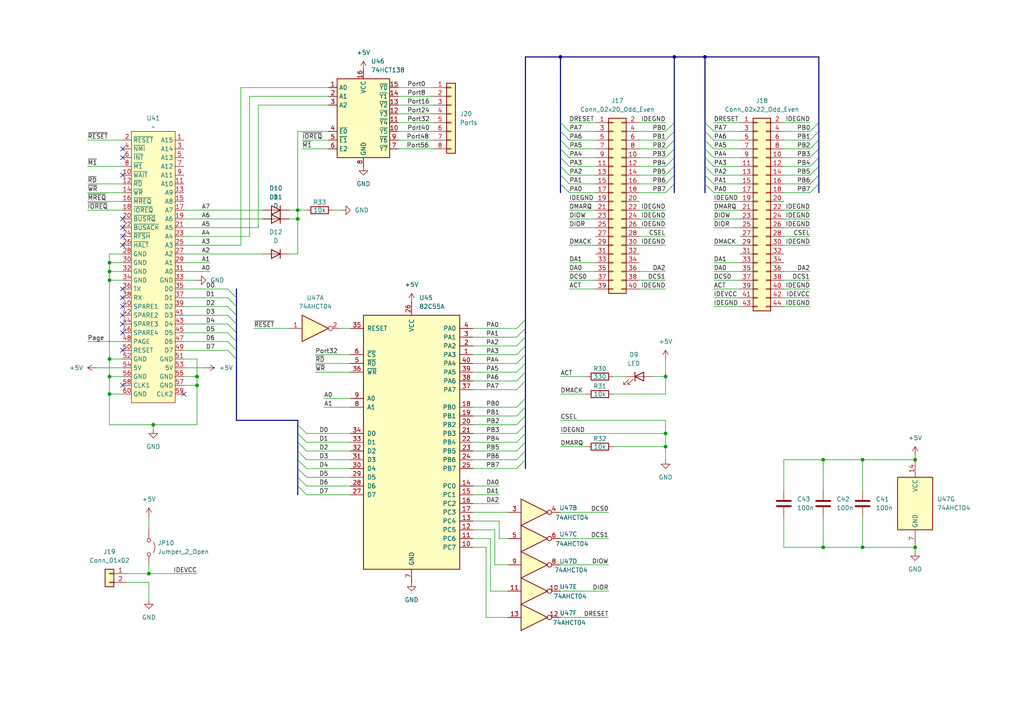
<source format=kicad_sch>
(kicad_sch (version 20231120) (generator "eeschema") (generator_version "8.0")
  (paper "A4")
  (lib_symbols
    (symbol "74xx:74AHCT04"
      (property "Reference" "U" (at 0 1.27 0))
      (property "Value" "74AHCT04" (at 0 -1.27 0))
      (symbol "74AHCT04_1_0"
        (pin input line (at -7.62 0 0) (length 3.81) (name "~") (number "1"))
        (pin output inverted (at 7.62 0 180) (length 3.81) (name "~") (number "2"))
      )
      (symbol "74AHCT04_2_0"
        (pin input line (at -7.62 0 0) (length 3.81) (name "~") (number "3"))
        (pin output inverted (at 7.62 0 180) (length 3.81) (name "~") (number "4"))
      )
      (symbol "74AHCT04_3_0"
        (pin input line (at -7.62 0 0) (length 3.81) (name "~") (number "5"))
        (pin output inverted (at 7.62 0 180) (length 3.81) (name "~") (number "6"))
      )
      (symbol "74AHCT04_4_0"
        (pin output inverted (at 7.62 0 180) (length 3.81) (name "~") (number "8"))
        (pin input line (at -7.62 0 0) (length 3.81) (name "~") (number "9"))
      )
      (symbol "74AHCT04_5_0"
        (pin output inverted (at 7.62 0 180) (length 3.81) (name "~") (number "10"))
        (pin input line (at -7.62 0 0) (length 3.81) (name "~") (number "11"))
      )
      (symbol "74AHCT04_6_0"
        (pin output inverted (at 7.62 0 180) (length 3.81) (name "~") (number "12"))
        (pin input line (at -7.62 0 0) (length 3.81) (name "~") (number "13"))
      )
      (symbol "74AHCT04_7_0"
        (pin power_in line (at 0 12.7 270) (length 5.08) (name "VCC") (number "14"))
        (pin power_in line (at 0 -12.7 90) (length 5.08) (name "GND") (number "7"))
      )
    )
    (symbol "74xx:74HCT138"
      (property "Reference" "U" (at -7.62 13.97 0))
      (property "Value" "74HCT138" (at 2.54 -11.43 0))
      (symbol "74HCT138_1_1"
        (pin input line (at -10.16 10.16 0) (length 2.54) (name "A0") (number "1"))
        (pin output line (at 10.16 -2.54 180) (length 2.54) (name "~{Y5}") (number "10"))
        (pin output line (at 10.16 0 180) (length 2.54) (name "~{Y4}") (number "11"))
        (pin output line (at 10.16 2.54 180) (length 2.54) (name "~{Y3}") (number "12"))
        (pin output line (at 10.16 5.08 180) (length 2.54) (name "~{Y2}") (number "13"))
        (pin output line (at 10.16 7.62 180) (length 2.54) (name "~{Y1}") (number "14"))
        (pin output line (at 10.16 10.16 180) (length 2.54) (name "~{Y0}") (number "15"))
        (pin power_in line (at 0 15.24 270) (length 2.54) (name "VCC") (number "16"))
        (pin input line (at -10.16 7.62 0) (length 2.54) (name "A1") (number "2"))
        (pin input line (at -10.16 5.08 0) (length 2.54) (name "A2") (number "3"))
        (pin input line (at -10.16 -2.54 0) (length 2.54) (name "~{E0}") (number "4"))
        (pin input line (at -10.16 -5.08 0) (length 2.54) (name "~{E1}") (number "5"))
        (pin input line (at -10.16 -7.62 0) (length 2.54) (name "E2") (number "6"))
        (pin output line (at 10.16 -7.62 180) (length 2.54) (name "~{Y7}") (number "7"))
        (pin power_in line (at 0 -12.7 90) (length 2.54) (name "GND") (number "8"))
        (pin output line (at 10.16 -5.08 180) (length 2.54) (name "~{Y6}") (number "9"))
      )
    )
    (symbol "Connector_Generic:Conn_01x02" (pin_names (offset 1.016) hide)
      (property "Reference" "J" (at 0 2.54 0))
      (property "Value" "Conn_01x02" (at 0 -5.08 0))
      (symbol "Conn_01x02_1_1"
        (pin passive line (at -5.08 0 0) (length 3.81) (name "Pin_1") (number "1"))
        (pin passive line (at -5.08 -2.54 0) (length 3.81) (name "Pin_2") (number "2"))
      )
    )
    (symbol "Connector_Generic:Conn_01x08" (pin_names (offset 1.016) hide)
      (property "Reference" "J" (at 0 10.16 0))
      (property "Value" "Conn_01x08" (at 0 -12.7 0))
      (symbol "Conn_01x08_1_1"
        (pin passive line (at -5.08 7.62 0) (length 3.81) (name "Pin_1") (number "1"))
        (pin passive line (at -5.08 5.08 0) (length 3.81) (name "Pin_2") (number "2"))
        (pin passive line (at -5.08 2.54 0) (length 3.81) (name "Pin_3") (number "3"))
        (pin passive line (at -5.08 0 0) (length 3.81) (name "Pin_4") (number "4"))
        (pin passive line (at -5.08 -2.54 0) (length 3.81) (name "Pin_5") (number "5"))
        (pin passive line (at -5.08 -5.08 0) (length 3.81) (name "Pin_6") (number "6"))
        (pin passive line (at -5.08 -7.62 0) (length 3.81) (name "Pin_7") (number "7"))
        (pin passive line (at -5.08 -10.16 0) (length 3.81) (name "Pin_8") (number "8"))
      )
    )
    (symbol "Connector_Generic:Conn_02x20_Odd_Even" (pin_names (offset 1.016) hide)
      (property "Reference" "J" (at 1.27 25.4 0))
      (property "Value" "Conn_02x20_Odd_Even" (at 1.27 -27.94 0))
      (symbol "Conn_02x20_Odd_Even_1_1"
        (pin passive line (at -5.08 22.86 0) (length 3.81) (name "Pin_1") (number "1"))
        (pin passive line (at 7.62 12.7 180) (length 3.81) (name "Pin_10") (number "10"))
        (pin passive line (at -5.08 10.16 0) (length 3.81) (name "Pin_11") (number "11"))
        (pin passive line (at 7.62 10.16 180) (length 3.81) (name "Pin_12") (number "12"))
        (pin passive line (at -5.08 7.62 0) (length 3.81) (name "Pin_13") (number "13"))
        (pin passive line (at 7.62 7.62 180) (length 3.81) (name "Pin_14") (number "14"))
        (pin passive line (at -5.08 5.08 0) (length 3.81) (name "Pin_15") (number "15"))
        (pin passive line (at 7.62 5.08 180) (length 3.81) (name "Pin_16") (number "16"))
        (pin passive line (at -5.08 2.54 0) (length 3.81) (name "Pin_17") (number "17"))
        (pin passive line (at 7.62 2.54 180) (length 3.81) (name "Pin_18") (number "18"))
        (pin passive line (at -5.08 0 0) (length 3.81) (name "Pin_19") (number "19"))
        (pin passive line (at 7.62 22.86 180) (length 3.81) (name "Pin_2") (number "2"))
        (pin passive line (at 7.62 0 180) (length 3.81) (name "Pin_20") (number "20"))
        (pin passive line (at -5.08 -2.54 0) (length 3.81) (name "Pin_21") (number "21"))
        (pin passive line (at 7.62 -2.54 180) (length 3.81) (name "Pin_22") (number "22"))
        (pin passive line (at -5.08 -5.08 0) (length 3.81) (name "Pin_23") (number "23"))
        (pin passive line (at 7.62 -5.08 180) (length 3.81) (name "Pin_24") (number "24"))
        (pin passive line (at -5.08 -7.62 0) (length 3.81) (name "Pin_25") (number "25"))
        (pin passive line (at 7.62 -7.62 180) (length 3.81) (name "Pin_26") (number "26"))
        (pin passive line (at -5.08 -10.16 0) (length 3.81) (name "Pin_27") (number "27"))
        (pin passive line (at 7.62 -10.16 180) (length 3.81) (name "Pin_28") (number "28"))
        (pin passive line (at -5.08 -12.7 0) (length 3.81) (name "Pin_29") (number "29"))
        (pin passive line (at -5.08 20.32 0) (length 3.81) (name "Pin_3") (number "3"))
        (pin passive line (at 7.62 -12.7 180) (length 3.81) (name "Pin_30") (number "30"))
        (pin passive line (at -5.08 -15.24 0) (length 3.81) (name "Pin_31") (number "31"))
        (pin passive line (at 7.62 -15.24 180) (length 3.81) (name "Pin_32") (number "32"))
        (pin passive line (at -5.08 -17.78 0) (length 3.81) (name "Pin_33") (number "33"))
        (pin passive line (at 7.62 -17.78 180) (length 3.81) (name "Pin_34") (number "34"))
        (pin passive line (at -5.08 -20.32 0) (length 3.81) (name "Pin_35") (number "35"))
        (pin passive line (at 7.62 -20.32 180) (length 3.81) (name "Pin_36") (number "36"))
        (pin passive line (at -5.08 -22.86 0) (length 3.81) (name "Pin_37") (number "37"))
        (pin passive line (at 7.62 -22.86 180) (length 3.81) (name "Pin_38") (number "38"))
        (pin passive line (at -5.08 -25.4 0) (length 3.81) (name "Pin_39") (number "39"))
        (pin passive line (at 7.62 20.32 180) (length 3.81) (name "Pin_4") (number "4"))
        (pin passive line (at 7.62 -25.4 180) (length 3.81) (name "Pin_40") (number "40"))
        (pin passive line (at -5.08 17.78 0) (length 3.81) (name "Pin_5") (number "5"))
        (pin passive line (at 7.62 17.78 180) (length 3.81) (name "Pin_6") (number "6"))
        (pin passive line (at -5.08 15.24 0) (length 3.81) (name "Pin_7") (number "7"))
        (pin passive line (at 7.62 15.24 180) (length 3.81) (name "Pin_8") (number "8"))
        (pin passive line (at -5.08 12.7 0) (length 3.81) (name "Pin_9") (number "9"))
      )
    )
    (symbol "Connector_Generic:Conn_02x22_Odd_Even" (pin_names (offset 1.016) hide)
      (property "Reference" "J" (at 1.27 27.94 0))
      (property "Value" "Conn_02x22_Odd_Even" (at 1.27 -30.48 0))
      (symbol "Conn_02x22_Odd_Even_1_1"
        (pin passive line (at -5.08 25.4 0) (length 3.81) (name "Pin_1") (number "1"))
        (pin passive line (at 7.62 15.24 180) (length 3.81) (name "Pin_10") (number "10"))
        (pin passive line (at -5.08 12.7 0) (length 3.81) (name "Pin_11") (number "11"))
        (pin passive line (at 7.62 12.7 180) (length 3.81) (name "Pin_12") (number "12"))
        (pin passive line (at -5.08 10.16 0) (length 3.81) (name "Pin_13") (number "13"))
        (pin passive line (at 7.62 10.16 180) (length 3.81) (name "Pin_14") (number "14"))
        (pin passive line (at -5.08 7.62 0) (length 3.81) (name "Pin_15") (number "15"))
        (pin passive line (at 7.62 7.62 180) (length 3.81) (name "Pin_16") (number "16"))
        (pin passive line (at -5.08 5.08 0) (length 3.81) (name "Pin_17") (number "17"))
        (pin passive line (at 7.62 5.08 180) (length 3.81) (name "Pin_18") (number "18"))
        (pin passive line (at -5.08 2.54 0) (length 3.81) (name "Pin_19") (number "19"))
        (pin passive line (at 7.62 25.4 180) (length 3.81) (name "Pin_2") (number "2"))
        (pin passive line (at 7.62 2.54 180) (length 3.81) (name "Pin_20") (number "20"))
        (pin passive line (at -5.08 0 0) (length 3.81) (name "Pin_21") (number "21"))
        (pin passive line (at 7.62 0 180) (length 3.81) (name "Pin_22") (number "22"))
        (pin passive line (at -5.08 -2.54 0) (length 3.81) (name "Pin_23") (number "23"))
        (pin passive line (at 7.62 -2.54 180) (length 3.81) (name "Pin_24") (number "24"))
        (pin passive line (at -5.08 -5.08 0) (length 3.81) (name "Pin_25") (number "25"))
        (pin passive line (at 7.62 -5.08 180) (length 3.81) (name "Pin_26") (number "26"))
        (pin passive line (at -5.08 -7.62 0) (length 3.81) (name "Pin_27") (number "27"))
        (pin passive line (at 7.62 -7.62 180) (length 3.81) (name "Pin_28") (number "28"))
        (pin passive line (at -5.08 -10.16 0) (length 3.81) (name "Pin_29") (number "29"))
        (pin passive line (at -5.08 22.86 0) (length 3.81) (name "Pin_3") (number "3"))
        (pin passive line (at 7.62 -10.16 180) (length 3.81) (name "Pin_30") (number "30"))
        (pin passive line (at -5.08 -12.7 0) (length 3.81) (name "Pin_31") (number "31"))
        (pin passive line (at 7.62 -12.7 180) (length 3.81) (name "Pin_32") (number "32"))
        (pin passive line (at -5.08 -15.24 0) (length 3.81) (name "Pin_33") (number "33"))
        (pin passive line (at 7.62 -15.24 180) (length 3.81) (name "Pin_34") (number "34"))
        (pin passive line (at -5.08 -17.78 0) (length 3.81) (name "Pin_35") (number "35"))
        (pin passive line (at 7.62 -17.78 180) (length 3.81) (name "Pin_36") (number "36"))
        (pin passive line (at -5.08 -20.32 0) (length 3.81) (name "Pin_37") (number "37"))
        (pin passive line (at 7.62 -20.32 180) (length 3.81) (name "Pin_38") (number "38"))
        (pin passive line (at -5.08 -22.86 0) (length 3.81) (name "Pin_39") (number "39"))
        (pin passive line (at 7.62 22.86 180) (length 3.81) (name "Pin_4") (number "4"))
        (pin passive line (at 7.62 -22.86 180) (length 3.81) (name "Pin_40") (number "40"))
        (pin passive line (at -5.08 -25.4 0) (length 3.81) (name "Pin_41") (number "41"))
        (pin passive line (at 7.62 -25.4 180) (length 3.81) (name "Pin_42") (number "42"))
        (pin passive line (at -5.08 -27.94 0) (length 3.81) (name "Pin_43") (number "43"))
        (pin passive line (at 7.62 -27.94 180) (length 3.81) (name "Pin_44") (number "44"))
        (pin passive line (at -5.08 20.32 0) (length 3.81) (name "Pin_5") (number "5"))
        (pin passive line (at 7.62 20.32 180) (length 3.81) (name "Pin_6") (number "6"))
        (pin passive line (at -5.08 17.78 0) (length 3.81) (name "Pin_7") (number "7"))
        (pin passive line (at 7.62 17.78 180) (length 3.81) (name "Pin_8") (number "8"))
        (pin passive line (at -5.08 15.24 0) (length 3.81) (name "Pin_9") (number "9"))
      )
    )
    (symbol "Device:C" (pin_numbers hide) (pin_names (offset 0.254))
      (property "Reference" "C" (at 0.635 2.54 0))
      (property "Value" "C" (at 0.635 -2.54 0))
      (symbol "C_1_1"
        (pin passive line (at 0 3.81 270) (length 2.794) (name "~") (number "1"))
        (pin passive line (at 0 -3.81 90) (length 2.794) (name "~") (number "2"))
      )
    )
    (symbol "Device:D" (pin_numbers hide) (pin_names (offset 1.016) hide)
      (property "Reference" "D" (at 0 2.54 0))
      (property "Value" "D" (at 0 -2.54 0))
      (symbol "D_1_1"
        (pin passive line (at -3.81 0 0) (length 2.54) (name "K") (number "1"))
        (pin passive line (at 3.81 0 180) (length 2.54) (name "A") (number "2"))
      )
    )
    (symbol "Device:LED" (pin_numbers hide) (pin_names (offset 1.016) hide)
      (property "Reference" "D" (at 0 2.54 0))
      (property "Value" "LED" (at 0 -2.54 0))
      (symbol "LED_1_1"
        (pin passive line (at -3.81 0 0) (length 2.54) (name "K") (number "1"))
        (pin passive line (at 3.81 0 180) (length 2.54) (name "A") (number "2"))
      )
    )
    (symbol "Device:R" (pin_numbers hide) (pin_names (offset 0))
      (property "Reference" "R" (at 2.032 0 90))
      (property "Value" "R" (at 0 0 90))
      (symbol "R_1_1"
        (pin passive line (at 0 3.81 270) (length 1.27) (name "~") (number "1"))
        (pin passive line (at 0 -3.81 90) (length 1.27) (name "~") (number "2"))
      )
    )
    (symbol "Interface:82C55A" (pin_names (offset 1.016))
      (property "Reference" "U" (at -13.97 38.1 0))
      (property "Value" "82C55A" (at 8.89 38.1 0))
      (symbol "82C55A_1_1"
        (pin bidirectional line (at 17.78 25.4 180) (length 3.81) (name "PA3") (number "1"))
        (pin bidirectional line (at 17.78 -30.48 180) (length 3.81) (name "PC7") (number "10"))
        (pin bidirectional line (at 17.78 -27.94 180) (length 3.81) (name "PC6") (number "11"))
        (pin bidirectional line (at 17.78 -25.4 180) (length 3.81) (name "PC5") (number "12"))
        (pin bidirectional line (at 17.78 -22.86 180) (length 3.81) (name "PC4") (number "13"))
        (pin bidirectional line (at 17.78 -12.7 180) (length 3.81) (name "PC0") (number "14"))
        (pin bidirectional line (at 17.78 -15.24 180) (length 3.81) (name "PC1") (number "15"))
        (pin bidirectional line (at 17.78 -17.78 180) (length 3.81) (name "PC2") (number "16"))
        (pin bidirectional line (at 17.78 -20.32 180) (length 3.81) (name "PC3") (number "17"))
        (pin bidirectional line (at 17.78 10.16 180) (length 3.81) (name "PB0") (number "18"))
        (pin bidirectional line (at 17.78 7.62 180) (length 3.81) (name "PB1") (number "19"))
        (pin bidirectional line (at 17.78 27.94 180) (length 3.81) (name "PA2") (number "2"))
        (pin bidirectional line (at 17.78 5.08 180) (length 3.81) (name "PB2") (number "20"))
        (pin bidirectional line (at 17.78 2.54 180) (length 3.81) (name "PB3") (number "21"))
        (pin bidirectional line (at 17.78 0 180) (length 3.81) (name "PB4") (number "22"))
        (pin bidirectional line (at 17.78 -2.54 180) (length 3.81) (name "PB5") (number "23"))
        (pin bidirectional line (at 17.78 -5.08 180) (length 3.81) (name "PB6") (number "24"))
        (pin bidirectional line (at 17.78 -7.62 180) (length 3.81) (name "PB7") (number "25"))
        (pin power_in line (at 0 40.64 270) (length 3.81) (name "VCC") (number "26"))
        (pin bidirectional line (at -17.78 -15.24 0) (length 3.81) (name "D7") (number "27"))
        (pin bidirectional line (at -17.78 -12.7 0) (length 3.81) (name "D6") (number "28"))
        (pin bidirectional line (at -17.78 -10.16 0) (length 3.81) (name "D5") (number "29"))
        (pin bidirectional line (at 17.78 30.48 180) (length 3.81) (name "PA1") (number "3"))
        (pin bidirectional line (at -17.78 -7.62 0) (length 3.81) (name "D4") (number "30"))
        (pin bidirectional line (at -17.78 -5.08 0) (length 3.81) (name "D3") (number "31"))
        (pin bidirectional line (at -17.78 -2.54 0) (length 3.81) (name "D2") (number "32"))
        (pin bidirectional line (at -17.78 0 0) (length 3.81) (name "D1") (number "33"))
        (pin bidirectional line (at -17.78 2.54 0) (length 3.81) (name "D0") (number "34"))
        (pin input line (at -17.78 33.02 0) (length 3.81) (name "RESET") (number "35"))
        (pin input line (at -17.78 20.32 0) (length 3.81) (name "~{WR}") (number "36"))
        (pin bidirectional line (at 17.78 15.24 180) (length 3.81) (name "PA7") (number "37"))
        (pin bidirectional line (at 17.78 17.78 180) (length 3.81) (name "PA6") (number "38"))
        (pin bidirectional line (at 17.78 20.32 180) (length 3.81) (name "PA5") (number "39"))
        (pin bidirectional line (at 17.78 33.02 180) (length 3.81) (name "PA0") (number "4"))
        (pin bidirectional line (at 17.78 22.86 180) (length 3.81) (name "PA4") (number "40"))
        (pin input line (at -17.78 22.86 0) (length 3.81) (name "~{RD}") (number "5"))
        (pin input line (at -17.78 25.4 0) (length 3.81) (name "~{CS}") (number "6"))
        (pin power_in line (at 0 -40.64 90) (length 3.81) (name "GND") (number "7"))
        (pin input line (at -17.78 10.16 0) (length 3.81) (name "A1") (number "8"))
        (pin input line (at -17.78 12.7 0) (length 3.81) (name "A0") (number "9"))
      )
    )
    (symbol "Jumper:Jumper_2_Open" (pin_numbers hide) (pin_names (offset 0) hide) (exclude_from_sim yes)
      (property "Reference" "JP" (at 0 2.794 0))
      (property "Value" "Jumper_2_Open" (at 0 -2.286 0))
      (symbol "Jumper_2_Open_1_1"
        (pin passive line (at -5.08 0 0) (length 2.54) (name "A") (number "1"))
        (pin passive line (at 5.08 0 180) (length 2.54) (name "B") (number "2"))
      )
    )
    (symbol "power:+5V" (power) (pin_numbers hide) (pin_names (offset 0) hide)
      (property "Value" "+5V" (at 0 3.556 0))
      (symbol "+5V_1_1"
        (pin power_in line (at 0 0 90) (length 0) (name "~") (number "1"))
      )
    )
    (symbol "power:GND" (power) (pin_numbers hide) (pin_names (offset 0) hide)
      (property "Value" "GND" (at 0 -3.81 0))
      (symbol "GND_1_1"
        (pin power_in line (at 0 0 270) (length 0) (name "~") (number "1"))
      )
    )
    (symbol "rc2014:Busconnector"
      (property "Reference" "U" (at 0 48.514 0))
      (symbol "Busconnector_1_1"
        (pin bidirectional line (at -8.89 44.45 0) (length 2.54) (name "A15") (number "1"))
        (pin bidirectional line (at 8.89 34.29 180) (length 2.54) (name "~{WAIT}") (number "10"))
        (pin bidirectional line (at -8.89 31.75 0) (length 2.54) (name "A10") (number "11"))
        (pin bidirectional line (at 8.89 31.75 180) (length 2.54) (name "~{RD}") (number "12"))
        (pin bidirectional line (at -8.89 29.21 0) (length 2.54) (name "A9") (number "13"))
        (pin bidirectional line (at 8.89 29.21 180) (length 2.54) (name "~{WR}") (number "14"))
        (pin bidirectional line (at -8.89 26.67 0) (length 2.54) (name "A8") (number "15"))
        (pin bidirectional line (at 8.89 26.67 180) (length 2.54) (name "~{MREQ}") (number "16"))
        (pin bidirectional line (at -8.89 24.13 0) (length 2.54) (name "A7") (number "17"))
        (pin bidirectional line (at 8.89 24.13 180) (length 2.54) (name "~{IOREQ}") (number "18"))
        (pin bidirectional line (at -8.89 21.59 0) (length 2.54) (name "A6") (number "19"))
        (pin bidirectional line (at 8.89 44.45 180) (length 2.54) (name "~{RESET}") (number "2"))
        (pin bidirectional line (at 8.89 21.59 180) (length 2.54) (name "~{BUSRQ}") (number "20"))
        (pin bidirectional line (at -8.89 19.05 0) (length 2.54) (name "A5") (number "21"))
        (pin bidirectional line (at 8.89 19.05 180) (length 2.54) (name "~{BUSACK}") (number "22"))
        (pin bidirectional line (at -8.89 16.51 0) (length 2.54) (name "A4") (number "23"))
        (pin bidirectional line (at 8.89 16.51 180) (length 2.54) (name "~{RFSH}") (number "24"))
        (pin bidirectional line (at -8.89 13.97 0) (length 2.54) (name "A3") (number "25"))
        (pin bidirectional line (at 8.89 13.97 180) (length 2.54) (name "~{HALT}") (number "26"))
        (pin bidirectional line (at -8.89 11.43 0) (length 2.54) (name "A2") (number "27"))
        (pin power_in line (at 8.89 11.43 180) (length 2.54) (name "GND") (number "28"))
        (pin bidirectional line (at -8.89 8.89 0) (length 2.54) (name "A1") (number "29"))
        (pin bidirectional line (at -8.89 41.91 0) (length 2.54) (name "A14") (number "3"))
        (pin power_in line (at 8.89 8.89 180) (length 2.54) (name "GND") (number "30"))
        (pin bidirectional line (at -8.89 6.35 0) (length 2.54) (name "A0") (number "31"))
        (pin power_in line (at 8.89 6.35 180) (length 2.54) (name "GND") (number "32"))
        (pin power_in line (at -8.89 3.81 0) (length 2.54) (name "GND") (number "33"))
        (pin power_in line (at 8.89 3.81 180) (length 2.54) (name "GND") (number "34"))
        (pin bidirectional line (at -8.89 1.27 0) (length 2.54) (name "D0") (number "35"))
        (pin bidirectional line (at 8.89 1.27 180) (length 2.54) (name "TX") (number "36"))
        (pin bidirectional line (at -8.89 -1.27 0) (length 2.54) (name "D1") (number "37"))
        (pin bidirectional line (at 8.89 -1.27 180) (length 2.54) (name "RX") (number "38"))
        (pin bidirectional line (at -8.89 -3.81 0) (length 2.54) (name "D2") (number "39"))
        (pin bidirectional line (at 8.89 41.91 180) (length 2.54) (name "~{NMI}") (number "4"))
        (pin bidirectional line (at 8.89 -3.81 180) (length 2.54) (name "SPARE1") (number "40"))
        (pin bidirectional line (at -8.89 -6.35 0) (length 2.54) (name "D3") (number "41"))
        (pin bidirectional line (at 8.89 -6.35 180) (length 2.54) (name "SPARE2") (number "42"))
        (pin bidirectional line (at -8.89 -8.89 0) (length 2.54) (name "D4") (number "43"))
        (pin bidirectional line (at 8.89 -8.89 180) (length 2.54) (name "SPARE3") (number "44"))
        (pin bidirectional line (at -8.89 -11.43 0) (length 2.54) (name "D5") (number "45"))
        (pin bidirectional line (at 8.89 -11.43 180) (length 2.54) (name "SPARE4") (number "46"))
        (pin bidirectional line (at -8.89 -13.97 0) (length 2.54) (name "D6") (number "47"))
        (pin bidirectional line (at 8.89 -13.97 180) (length 2.54) (name "PAGE") (number "48"))
        (pin bidirectional line (at -8.89 -16.51 0) (length 2.54) (name "D7") (number "49"))
        (pin bidirectional line (at -8.89 39.37 0) (length 2.54) (name "A13") (number "5"))
        (pin bidirectional line (at 8.89 -16.51 180) (length 2.54) (name "RESET") (number "50"))
        (pin power_out line (at -8.89 -19.05 0) (length 2.54) (name "GND") (number "51"))
        (pin power_in line (at 8.89 -19.05 180) (length 2.54) (name "GND") (number "52"))
        (pin power_out line (at -8.89 -21.59 0) (length 2.54) (name "5V") (number "53"))
        (pin power_in line (at 8.89 -21.59 180) (length 2.54) (name "5V") (number "54"))
        (pin power_in line (at -8.89 -24.13 0) (length 2.54) (name "GND") (number "55"))
        (pin power_in line (at 8.89 -24.13 180) (length 2.54) (name "GND") (number "56"))
        (pin power_in line (at -8.89 -26.67 0) (length 2.54) (name "GND") (number "57"))
        (pin bidirectional line (at 8.89 -26.67 180) (length 2.54) (name "CLK1") (number "58"))
        (pin bidirectional line (at -8.89 -29.21 0) (length 2.54) (name "CLK2") (number "59"))
        (pin bidirectional line (at 8.89 39.37 180) (length 2.54) (name "~{INT}") (number "6"))
        (pin power_in line (at 8.89 -29.21 180) (length 2.54) (name "GND") (number "60"))
        (pin bidirectional line (at -8.89 36.83 0) (length 2.54) (name "A12") (number "7"))
        (pin bidirectional line (at 8.89 36.83 180) (length 2.54) (name "~{M1}") (number "8"))
        (pin bidirectional line (at -8.89 34.29 0) (length 2.54) (name "A11") (number "9"))
      )
    )
  )
  (junction (at 31.75 109.22))
  (junction (at 238.76 158.75))
  (junction (at 57.15 111.76))
  (junction (at 31.75 81.28))
  (junction (at 250.19 133.35))
  (junction (at 31.75 104.14))
  (junction (at 57.15 109.22))
  (junction (at 250.19 158.75))
  (junction (at 265.43 158.75))
  (junction (at 193.04 125.73))
  (junction (at 238.76 133.35))
  (junction (at 193.04 109.22))
  (junction (at 204.47 16.51))
  (junction (at 193.04 129.54))
  (junction (at 44.45 123.19))
  (junction (at 31.75 76.2))
  (junction (at 31.75 78.74))
  (junction (at 195.58 16.51))
  (junction (at 86.36 63.5))
  (junction (at 86.36 60.96))
  (junction (at 43.18 166.37))
  (junction (at 162.56 16.51))
  (junction (at 265.43 133.35))
  (junction (at 31.75 114.3))
  (no_connect (at 35.56 111.76))
  (no_connect (at 35.56 68.58))
  (no_connect (at 35.56 93.98))
  (no_connect (at 35.56 43.18))
  (no_connect (at 35.56 71.12))
  (no_connect (at 35.56 63.5))
  (no_connect (at 35.56 66.04))
  (no_connect (at 35.56 83.82))
  (no_connect (at 53.34 114.3))
  (no_connect (at 35.56 45.72))
  (no_connect (at 35.56 86.36))
  (no_connect (at 35.56 101.6))
  (no_connect (at 35.56 91.44))
  (no_connect (at 35.56 50.8))
  (no_connect (at 35.56 96.52))
  (no_connect (at 35.56 88.9))
  (bus_entry (at 66.04 96.52) (size 2.54 2.54))
  (bus_entry (at 234.95 45.72) (size 2.54 -2.54))
  (bus_entry (at 234.95 43.18) (size 2.54 -2.54))
  (bus_entry (at 88.9 130.81) (size -2.54 -2.54))
  (bus_entry (at 193.04 53.34) (size 2.54 -2.54))
  (bus_entry (at 66.04 86.36) (size 2.54 2.54))
  (bus_entry (at 88.9 138.43) (size -2.54 -2.54))
  (bus_entry (at 149.86 130.81) (size 2.54 -2.54))
  (bus_entry (at 193.04 50.8) (size 2.54 -2.54))
  (bus_entry (at 88.9 135.89) (size -2.54 -2.54))
  (bus_entry (at 207.01 40.64) (size -2.54 -2.54))
  (bus_entry (at 88.9 133.35) (size -2.54 -2.54))
  (bus_entry (at 193.04 48.26) (size 2.54 -2.54))
  (bus_entry (at 234.95 40.64) (size 2.54 -2.54))
  (bus_entry (at 66.04 83.82) (size 2.54 2.54))
  (bus_entry (at 165.1 55.88) (size -2.54 -2.54))
  (bus_entry (at 66.04 101.6) (size 2.54 2.54))
  (bus_entry (at 207.01 48.26) (size -2.54 -2.54))
  (bus_entry (at 193.04 55.88) (size 2.54 -2.54))
  (bus_entry (at 88.9 140.97) (size -2.54 -2.54))
  (bus_entry (at 149.86 95.25) (size 2.54 -2.54))
  (bus_entry (at 66.04 93.98) (size 2.54 2.54))
  (bus_entry (at 149.86 128.27) (size 2.54 -2.54))
  (bus_entry (at 234.95 53.34) (size 2.54 -2.54))
  (bus_entry (at 149.86 105.41) (size 2.54 -2.54))
  (bus_entry (at 66.04 91.44) (size 2.54 2.54))
  (bus_entry (at 165.1 48.26) (size -2.54 -2.54))
  (bus_entry (at 149.86 123.19) (size 2.54 -2.54))
  (bus_entry (at 149.86 100.33) (size 2.54 -2.54))
  (bus_entry (at 165.1 45.72) (size -2.54 -2.54))
  (bus_entry (at 149.86 102.87) (size 2.54 -2.54))
  (bus_entry (at 149.86 97.79) (size 2.54 -2.54))
  (bus_entry (at 149.86 125.73) (size 2.54 -2.54))
  (bus_entry (at 193.04 40.64) (size 2.54 -2.54))
  (bus_entry (at 88.9 125.73) (size -2.54 -2.54))
  (bus_entry (at 207.01 45.72) (size -2.54 -2.54))
  (bus_entry (at 88.9 128.27) (size -2.54 -2.54))
  (bus_entry (at 234.95 50.8) (size 2.54 -2.54))
  (bus_entry (at 149.86 133.35) (size 2.54 -2.54))
  (bus_entry (at 149.86 113.03) (size 2.54 -2.54))
  (bus_entry (at 88.9 143.51) (size -2.54 -2.54))
  (bus_entry (at 149.86 120.65) (size 2.54 -2.54))
  (bus_entry (at 193.04 43.18) (size 2.54 -2.54))
  (bus_entry (at 234.95 38.1) (size 2.54 -2.54))
  (bus_entry (at 165.1 43.18) (size -2.54 -2.54))
  (bus_entry (at 207.01 43.18) (size -2.54 -2.54))
  (bus_entry (at 66.04 99.06) (size 2.54 2.54))
  (bus_entry (at 207.01 50.8) (size -2.54 -2.54))
  (bus_entry (at 149.86 118.11) (size 2.54 -2.54))
  (bus_entry (at 149.86 107.95) (size 2.54 -2.54))
  (bus_entry (at 165.1 50.8) (size -2.54 -2.54))
  (bus_entry (at 234.95 48.26) (size 2.54 -2.54))
  (bus_entry (at 207.01 55.88) (size -2.54 -2.54))
  (bus_entry (at 165.1 53.34) (size -2.54 -2.54))
  (bus_entry (at 165.1 38.1) (size -2.54 -2.54))
  (bus_entry (at 149.86 110.49) (size 2.54 -2.54))
  (bus_entry (at 193.04 38.1) (size 2.54 -2.54))
  (bus_entry (at 234.95 55.88) (size 2.54 -2.54))
  (bus_entry (at 207.01 38.1) (size -2.54 -2.54))
  (bus_entry (at 193.04 45.72) (size 2.54 -2.54))
  (bus_entry (at 66.04 88.9) (size 2.54 2.54))
  (bus_entry (at 165.1 40.64) (size -2.54 -2.54))
  (bus_entry (at 149.86 135.89) (size 2.54 -2.54))
  (bus_entry (at 207.01 53.34) (size -2.54 -2.54))
  (bus (pts (xy 162.56 40.64) (xy 162.56 43.18)))
  (wire (pts (xy 165.1 66.04) (xy 172.72 66.04)))
  (wire (pts (xy 83.82 95.25) (xy 73.66 95.25)))
  (bus (pts (xy 152.4 135.89) (xy 152.4 133.35)))
  (wire (pts (xy 193.04 109.22) (xy 193.04 104.14)))
  (bus (pts (xy 86.36 130.81) (xy 86.36 133.35)))
  (bus (pts (xy 86.36 123.19) (xy 86.36 125.73)))
  (wire (pts (xy 172.72 48.26) (xy 165.1 48.26)))
  (wire (pts (xy 142.24 171.45) (xy 147.32 171.45)))
  (bus (pts (xy 86.36 140.97) (xy 86.36 143.51)))
  (wire (pts (xy 170.18 114.3) (xy 162.56 114.3)))
  (bus (pts (xy 152.4 92.71) (xy 152.4 16.51)))
  (wire (pts (xy 35.56 81.28) (xy 31.75 81.28)))
  (wire (pts (xy 162.56 148.59) (xy 176.53 148.59)))
  (bus (pts (xy 195.58 16.51) (xy 195.58 35.56)))
  (bus (pts (xy 152.4 105.41) (xy 152.4 102.87)))
  (wire (pts (xy 137.16 135.89) (xy 149.86 135.89)))
  (wire (pts (xy 53.34 101.6) (xy 66.04 101.6)))
  (wire (pts (xy 170.18 109.22) (xy 162.56 109.22)))
  (wire (pts (xy 101.6 130.81) (xy 88.9 130.81)))
  (wire (pts (xy 238.76 158.75) (xy 227.33 158.75)))
  (bus (pts (xy 68.58 86.36) (xy 68.58 88.9)))
  (bus (pts (xy 152.4 102.87) (xy 152.4 100.33)))
  (wire (pts (xy 115.57 38.1) (xy 125.73 38.1)))
  (wire (pts (xy 137.16 113.03) (xy 149.86 113.03)))
  (wire (pts (xy 53.34 96.52) (xy 66.04 96.52)))
  (bus (pts (xy 237.49 40.64) (xy 237.49 43.18)))
  (wire (pts (xy 185.42 50.8) (xy 193.04 50.8)))
  (wire (pts (xy 193.04 114.3) (xy 193.04 109.22)))
  (wire (pts (xy 214.63 45.72) (xy 207.01 45.72)))
  (wire (pts (xy 185.42 60.96) (xy 193.04 60.96)))
  (wire (pts (xy 115.57 35.56) (xy 125.73 35.56)))
  (bus (pts (xy 68.58 121.92) (xy 86.36 121.92)))
  (wire (pts (xy 137.16 148.59) (xy 147.32 148.59)))
  (wire (pts (xy 227.33 71.12) (xy 234.95 71.12)))
  (wire (pts (xy 165.1 35.56) (xy 172.72 35.56)))
  (bus (pts (xy 195.58 16.51) (xy 204.47 16.51)))
  (wire (pts (xy 101.6 115.57) (xy 93.98 115.57)))
  (bus (pts (xy 237.49 43.18) (xy 237.49 45.72)))
  (wire (pts (xy 74.93 66.04) (xy 74.93 30.48)))
  (bus (pts (xy 195.58 40.64) (xy 195.58 43.18)))
  (bus (pts (xy 195.58 35.56) (xy 195.58 38.1)))
  (bus (pts (xy 152.4 107.95) (xy 152.4 105.41)))
  (wire (pts (xy 165.1 83.82) (xy 172.72 83.82)))
  (wire (pts (xy 115.57 27.94) (xy 125.73 27.94)))
  (wire (pts (xy 142.24 156.21) (xy 142.24 171.45)))
  (bus (pts (xy 162.56 16.51) (xy 162.56 35.56)))
  (wire (pts (xy 53.34 73.66) (xy 76.2 73.66)))
  (bus (pts (xy 152.4 97.79) (xy 152.4 95.25)))
  (wire (pts (xy 35.56 99.06) (xy 25.4 99.06)))
  (wire (pts (xy 140.97 179.07) (xy 147.32 179.07)))
  (wire (pts (xy 53.34 63.5) (xy 76.2 63.5)))
  (bus (pts (xy 68.58 96.52) (xy 68.58 99.06)))
  (bus (pts (xy 152.4 130.81) (xy 152.4 128.27)))
  (bus (pts (xy 152.4 123.19) (xy 152.4 120.65)))
  (bus (pts (xy 86.36 125.73) (xy 86.36 128.27)))
  (wire (pts (xy 165.1 78.74) (xy 172.72 78.74)))
  (wire (pts (xy 35.56 55.88) (xy 25.4 55.88)))
  (wire (pts (xy 35.56 40.64) (xy 25.4 40.64)))
  (wire (pts (xy 227.33 43.18) (xy 234.95 43.18)))
  (wire (pts (xy 43.18 168.91) (xy 43.18 173.99)))
  (wire (pts (xy 207.01 71.12) (xy 214.63 71.12)))
  (wire (pts (xy 137.16 158.75) (xy 140.97 158.75)))
  (wire (pts (xy 207.01 81.28) (xy 214.63 81.28)))
  (wire (pts (xy 115.57 40.64) (xy 125.73 40.64)))
  (wire (pts (xy 227.33 81.28) (xy 234.95 81.28)))
  (bus (pts (xy 86.36 121.92) (xy 86.36 123.19)))
  (wire (pts (xy 162.56 125.73) (xy 193.04 125.73)))
  (wire (pts (xy 101.6 135.89) (xy 88.9 135.89)))
  (wire (pts (xy 43.18 166.37) (xy 57.15 166.37)))
  (wire (pts (xy 143.51 153.67) (xy 143.51 163.83)))
  (wire (pts (xy 31.75 78.74) (xy 31.75 81.28)))
  (wire (pts (xy 53.34 83.82) (xy 66.04 83.82)))
  (wire (pts (xy 137.16 146.05) (xy 144.78 146.05)))
  (wire (pts (xy 44.45 123.19) (xy 57.15 123.19)))
  (wire (pts (xy 172.72 53.34) (xy 165.1 53.34)))
  (bus (pts (xy 195.58 45.72) (xy 195.58 48.26)))
  (bus (pts (xy 86.36 128.27) (xy 86.36 130.81)))
  (wire (pts (xy 214.63 38.1) (xy 207.01 38.1)))
  (wire (pts (xy 101.6 118.11) (xy 93.98 118.11)))
  (wire (pts (xy 172.72 50.8) (xy 165.1 50.8)))
  (bus (pts (xy 162.56 16.51) (xy 195.58 16.51)))
  (wire (pts (xy 207.01 35.56) (xy 214.63 35.56)))
  (wire (pts (xy 53.34 76.2) (xy 60.96 76.2)))
  (wire (pts (xy 137.16 128.27) (xy 149.86 128.27)))
  (wire (pts (xy 101.6 125.73) (xy 88.9 125.73)))
  (wire (pts (xy 137.16 102.87) (xy 149.86 102.87)))
  (wire (pts (xy 238.76 149.86) (xy 238.76 158.75)))
  (wire (pts (xy 137.16 133.35) (xy 149.86 133.35)))
  (bus (pts (xy 152.4 16.51) (xy 162.56 16.51)))
  (wire (pts (xy 35.56 53.34) (xy 25.4 53.34)))
  (bus (pts (xy 204.47 43.18) (xy 204.47 45.72)))
  (bus (pts (xy 162.56 50.8) (xy 162.56 53.34)))
  (wire (pts (xy 162.56 179.07) (xy 176.53 179.07)))
  (wire (pts (xy 238.76 133.35) (xy 238.76 142.24)))
  (wire (pts (xy 214.63 50.8) (xy 207.01 50.8)))
  (wire (pts (xy 144.78 151.13) (xy 144.78 156.21)))
  (wire (pts (xy 31.75 109.22) (xy 31.75 114.3)))
  (wire (pts (xy 165.1 76.2) (xy 172.72 76.2)))
  (wire (pts (xy 31.75 114.3) (xy 31.75 123.19)))
  (wire (pts (xy 83.82 73.66) (xy 86.36 73.66)))
  (wire (pts (xy 101.6 138.43) (xy 88.9 138.43)))
  (wire (pts (xy 137.16 156.21) (xy 142.24 156.21)))
  (wire (pts (xy 57.15 109.22) (xy 57.15 104.14)))
  (wire (pts (xy 265.43 132.08) (xy 265.43 133.35)))
  (wire (pts (xy 207.01 78.74) (xy 214.63 78.74)))
  (wire (pts (xy 227.33 63.5) (xy 234.95 63.5)))
  (bus (pts (xy 204.47 35.56) (xy 204.47 38.1)))
  (bus (pts (xy 195.58 43.18) (xy 195.58 45.72)))
  (wire (pts (xy 53.34 71.12) (xy 69.85 71.12)))
  (wire (pts (xy 170.18 129.54) (xy 162.56 129.54)))
  (wire (pts (xy 69.85 25.4) (xy 95.25 25.4)))
  (wire (pts (xy 227.33 50.8) (xy 234.95 50.8)))
  (wire (pts (xy 185.42 78.74) (xy 193.04 78.74)))
  (wire (pts (xy 57.15 111.76) (xy 57.15 109.22)))
  (wire (pts (xy 74.93 30.48) (xy 95.25 30.48)))
  (wire (pts (xy 72.39 68.58) (xy 72.39 27.94)))
  (bus (pts (xy 162.56 45.72) (xy 162.56 48.26)))
  (wire (pts (xy 185.42 66.04) (xy 193.04 66.04)))
  (wire (pts (xy 214.63 88.9) (xy 207.01 88.9)))
  (bus (pts (xy 86.36 135.89) (xy 86.36 138.43)))
  (bus (pts (xy 204.47 53.34) (xy 204.47 55.88)))
  (wire (pts (xy 115.57 43.18) (xy 125.73 43.18)))
  (wire (pts (xy 207.01 63.5) (xy 214.63 63.5)))
  (wire (pts (xy 207.01 58.42) (xy 214.63 58.42)))
  (wire (pts (xy 165.1 71.12) (xy 172.72 71.12)))
  (wire (pts (xy 214.63 40.64) (xy 207.01 40.64)))
  (wire (pts (xy 101.6 140.97) (xy 88.9 140.97)))
  (bus (pts (xy 68.58 99.06) (xy 68.58 101.6)))
  (bus (pts (xy 68.58 88.9) (xy 68.58 91.44)))
  (wire (pts (xy 172.72 43.18) (xy 165.1 43.18)))
  (wire (pts (xy 227.33 38.1) (xy 234.95 38.1)))
  (wire (pts (xy 250.19 158.75) (xy 238.76 158.75)))
  (bus (pts (xy 152.4 125.73) (xy 152.4 123.19)))
  (wire (pts (xy 43.18 166.37) (xy 36.83 166.37)))
  (wire (pts (xy 214.63 48.26) (xy 207.01 48.26)))
  (bus (pts (xy 162.56 35.56) (xy 162.56 38.1)))
  (wire (pts (xy 140.97 158.75) (xy 140.97 179.07)))
  (wire (pts (xy 177.8 129.54) (xy 193.04 129.54)))
  (wire (pts (xy 137.16 107.95) (xy 149.86 107.95)))
  (wire (pts (xy 185.42 83.82) (xy 193.04 83.82)))
  (wire (pts (xy 137.16 151.13) (xy 144.78 151.13)))
  (wire (pts (xy 238.76 133.35) (xy 250.19 133.35)))
  (wire (pts (xy 227.33 142.24) (xy 227.33 133.35)))
  (wire (pts (xy 143.51 163.83) (xy 147.32 163.83)))
  (bus (pts (xy 162.56 43.18) (xy 162.56 45.72)))
  (wire (pts (xy 53.34 81.28) (xy 57.15 81.28)))
  (wire (pts (xy 137.16 105.41) (xy 149.86 105.41)))
  (wire (pts (xy 53.34 68.58) (xy 72.39 68.58)))
  (bus (pts (xy 162.56 48.26) (xy 162.56 50.8)))
  (bus (pts (xy 152.4 118.11) (xy 152.4 115.57)))
  (wire (pts (xy 72.39 27.94) (xy 95.25 27.94)))
  (bus (pts (xy 68.58 104.14) (xy 68.58 121.92)))
  (wire (pts (xy 227.33 158.75) (xy 227.33 149.86)))
  (wire (pts (xy 86.36 63.5) (xy 86.36 60.96)))
  (wire (pts (xy 31.75 104.14) (xy 31.75 109.22)))
  (wire (pts (xy 31.75 76.2) (xy 31.75 78.74)))
  (wire (pts (xy 165.1 63.5) (xy 172.72 63.5)))
  (wire (pts (xy 265.43 158.75) (xy 250.19 158.75)))
  (wire (pts (xy 53.34 86.36) (xy 66.04 86.36)))
  (wire (pts (xy 57.15 104.14) (xy 53.34 104.14)))
  (wire (pts (xy 101.6 133.35) (xy 88.9 133.35)))
  (wire (pts (xy 53.34 91.44) (xy 66.04 91.44)))
  (wire (pts (xy 83.82 63.5) (xy 86.36 63.5)))
  (wire (pts (xy 172.72 40.64) (xy 165.1 40.64)))
  (wire (pts (xy 137.16 100.33) (xy 149.86 100.33)))
  (wire (pts (xy 162.56 121.92) (xy 193.04 121.92)))
  (wire (pts (xy 53.34 78.74) (xy 60.96 78.74)))
  (wire (pts (xy 172.72 55.88) (xy 165.1 55.88)))
  (wire (pts (xy 137.16 130.81) (xy 149.86 130.81)))
  (wire (pts (xy 53.34 93.98) (xy 66.04 93.98)))
  (bus (pts (xy 204.47 50.8) (xy 204.47 53.34)))
  (wire (pts (xy 207.01 76.2) (xy 214.63 76.2)))
  (wire (pts (xy 31.75 73.66) (xy 31.75 76.2)))
  (bus (pts (xy 195.58 38.1) (xy 195.58 40.64)))
  (bus (pts (xy 68.58 101.6) (xy 68.58 104.14)))
  (wire (pts (xy 36.83 168.91) (xy 43.18 168.91)))
  (bus (pts (xy 195.58 48.26) (xy 195.58 50.8)))
  (wire (pts (xy 137.16 123.19) (xy 149.86 123.19)))
  (bus (pts (xy 152.4 100.33) (xy 152.4 97.79)))
  (wire (pts (xy 227.33 45.72) (xy 234.95 45.72)))
  (wire (pts (xy 53.34 99.06) (xy 66.04 99.06)))
  (wire (pts (xy 35.56 104.14) (xy 31.75 104.14)))
  (wire (pts (xy 59.69 106.68) (xy 53.34 106.68)))
  (wire (pts (xy 137.16 125.73) (xy 149.86 125.73)))
  (wire (pts (xy 43.18 163.83) (xy 43.18 166.37)))
  (bus (pts (xy 237.49 50.8) (xy 237.49 53.34)))
  (wire (pts (xy 83.82 60.96) (xy 86.36 60.96)))
  (bus (pts (xy 204.47 40.64) (xy 204.47 43.18)))
  (wire (pts (xy 35.56 73.66) (xy 31.75 73.66)))
  (wire (pts (xy 227.33 133.35) (xy 238.76 133.35)))
  (bus (pts (xy 68.58 91.44) (xy 68.58 93.98)))
  (wire (pts (xy 214.63 43.18) (xy 207.01 43.18)))
  (wire (pts (xy 162.56 156.21) (xy 176.53 156.21)))
  (wire (pts (xy 250.19 149.86) (xy 250.19 158.75)))
  (wire (pts (xy 101.6 107.95) (xy 91.44 107.95)))
  (wire (pts (xy 101.6 128.27) (xy 88.9 128.27)))
  (wire (pts (xy 227.33 35.56) (xy 234.95 35.56)))
  (wire (pts (xy 137.16 118.11) (xy 149.86 118.11)))
  (wire (pts (xy 227.33 53.34) (xy 234.95 53.34)))
  (wire (pts (xy 53.34 88.9) (xy 66.04 88.9)))
  (wire (pts (xy 185.42 43.18) (xy 193.04 43.18)))
  (bus (pts (xy 204.47 38.1) (xy 204.47 40.64)))
  (wire (pts (xy 177.8 109.22) (xy 181.61 109.22)))
  (wire (pts (xy 95.25 43.18) (xy 87.63 43.18)))
  (wire (pts (xy 227.33 86.36) (xy 234.95 86.36)))
  (bus (pts (xy 162.56 53.34) (xy 162.56 55.88)))
  (bus (pts (xy 162.56 38.1) (xy 162.56 40.64)))
  (wire (pts (xy 57.15 109.22) (xy 53.34 109.22)))
  (wire (pts (xy 137.16 143.51) (xy 144.78 143.51)))
  (wire (pts (xy 214.63 55.88) (xy 207.01 55.88)))
  (wire (pts (xy 137.16 120.65) (xy 149.86 120.65)))
  (wire (pts (xy 265.43 158.75) (xy 265.43 160.02)))
  (wire (pts (xy 57.15 111.76) (xy 53.34 111.76)))
  (bus (pts (xy 204.47 16.51) (xy 204.47 35.56)))
  (wire (pts (xy 227.33 48.26) (xy 234.95 48.26)))
  (bus (pts (xy 152.4 115.57) (xy 152.4 110.49)))
  (wire (pts (xy 193.04 121.92) (xy 193.04 125.73)))
  (wire (pts (xy 227.33 78.74) (xy 234.95 78.74)))
  (wire (pts (xy 185.42 63.5) (xy 193.04 63.5)))
  (wire (pts (xy 214.63 86.36) (xy 207.01 86.36)))
  (wire (pts (xy 44.45 124.46) (xy 44.45 123.19)))
  (wire (pts (xy 35.56 109.22) (xy 31.75 109.22)))
  (wire (pts (xy 172.72 45.72) (xy 165.1 45.72)))
  (wire (pts (xy 115.57 25.4) (xy 125.73 25.4)))
  (wire (pts (xy 99.06 95.25) (xy 101.6 95.25)))
  (wire (pts (xy 227.33 83.82) (xy 234.95 83.82)))
  (bus (pts (xy 68.58 93.98) (xy 68.58 96.52)))
  (wire (pts (xy 207.01 60.96) (xy 214.63 60.96)))
  (wire (pts (xy 53.34 60.96) (xy 76.2 60.96)))
  (bus (pts (xy 195.58 53.34) (xy 195.58 55.88)))
  (wire (pts (xy 86.36 73.66) (xy 86.36 63.5)))
  (wire (pts (xy 137.16 110.49) (xy 149.86 110.49)))
  (wire (pts (xy 185.42 53.34) (xy 193.04 53.34)))
  (wire (pts (xy 91.44 102.87) (xy 101.6 102.87)))
  (wire (pts (xy 177.8 114.3) (xy 193.04 114.3)))
  (wire (pts (xy 35.56 60.96) (xy 25.4 60.96)))
  (wire (pts (xy 35.56 78.74) (xy 31.75 78.74)))
  (wire (pts (xy 96.52 60.96) (xy 99.06 60.96)))
  (wire (pts (xy 193.04 125.73) (xy 193.04 129.54)))
  (wire (pts (xy 172.72 38.1) (xy 165.1 38.1)))
  (wire (pts (xy 165.1 60.96) (xy 172.72 60.96)))
  (wire (pts (xy 185.42 55.88) (xy 193.04 55.88)))
  (bus (pts (xy 86.36 138.43) (xy 86.36 140.97)))
  (wire (pts (xy 69.85 71.12) (xy 69.85 25.4)))
  (bus (pts (xy 152.4 128.27) (xy 152.4 125.73)))
  (bus (pts (xy 152.4 110.49) (xy 152.4 107.95)))
  (wire (pts (xy 101.6 143.51) (xy 88.9 143.51)))
  (wire (pts (xy 250.19 133.35) (xy 265.43 133.35)))
  (wire (pts (xy 162.56 171.45) (xy 176.53 171.45)))
  (wire (pts (xy 35.56 58.42) (xy 25.4 58.42)))
  (wire (pts (xy 207.01 66.04) (xy 214.63 66.04)))
  (wire (pts (xy 115.57 33.02) (xy 125.73 33.02)))
  (wire (pts (xy 185.42 38.1) (xy 193.04 38.1)))
  (bus (pts (xy 204.47 48.26) (xy 204.47 50.8)))
  (wire (pts (xy 185.42 68.58) (xy 193.04 68.58)))
  (bus (pts (xy 86.36 133.35) (xy 86.36 135.89)))
  (wire (pts (xy 86.36 60.96) (xy 88.9 60.96)))
  (wire (pts (xy 185.42 48.26) (xy 193.04 48.26)))
  (wire (pts (xy 31.75 123.19) (xy 44.45 123.19)))
  (bus (pts (xy 195.58 50.8) (xy 195.58 53.34)))
  (wire (pts (xy 162.56 163.83) (xy 176.53 163.83)))
  (wire (pts (xy 137.16 95.25) (xy 149.86 95.25)))
  (wire (pts (xy 53.34 66.04) (xy 74.93 66.04)))
  (wire (pts (xy 185.42 71.12) (xy 193.04 71.12)))
  (bus (pts (xy 68.58 83.82) (xy 68.58 86.36)))
  (bus (pts (xy 237.49 53.34) (xy 237.49 55.88)))
  (wire (pts (xy 227.33 88.9) (xy 234.95 88.9)))
  (wire (pts (xy 31.75 81.28) (xy 31.75 104.14)))
  (bus (pts (xy 237.49 45.72) (xy 237.49 48.26)))
  (bus (pts (xy 152.4 120.65) (xy 152.4 118.11)))
  (wire (pts (xy 165.1 81.28) (xy 172.72 81.28)))
  (wire (pts (xy 137.16 97.79) (xy 149.86 97.79)))
  (wire (pts (xy 207.01 83.82) (xy 214.63 83.82)))
  (wire (pts (xy 137.16 153.67) (xy 143.51 153.67)))
  (bus (pts (xy 152.4 95.25) (xy 152.4 92.71)))
  (bus (pts (xy 237.49 38.1) (xy 237.49 40.64)))
  (wire (pts (xy 35.56 48.26) (xy 25.4 48.26)))
  (wire (pts (xy 185.42 35.56) (xy 193.04 35.56)))
  (wire (pts (xy 137.16 140.97) (xy 144.78 140.97)))
  (bus (pts (xy 237.49 16.51) (xy 237.49 35.56)))
  (wire (pts (xy 35.56 76.2) (xy 31.75 76.2)))
  (wire (pts (xy 43.18 149.86) (xy 43.18 153.67)))
  (wire (pts (xy 185.42 81.28) (xy 193.04 81.28)))
  (wire (pts (xy 227.33 55.88) (xy 234.95 55.88)))
  (wire (pts (xy 95.25 40.64) (xy 87.63 40.64)))
  (wire (pts (xy 227.33 60.96) (xy 234.95 60.96)))
  (bus (pts (xy 204.47 16.51) (xy 237.49 16.51)))
  (wire (pts (xy 57.15 123.19) (xy 57.15 111.76)))
  (wire (pts (xy 185.42 45.72) (xy 193.04 45.72)))
  (wire (pts (xy 165.1 58.42) (xy 172.72 58.42)))
  (bus (pts (xy 204.47 45.72) (xy 204.47 48.26)))
  (wire (pts (xy 227.33 40.64) (xy 234.95 40.64)))
  (wire (pts (xy 227.33 68.58) (xy 234.95 68.58)))
  (wire (pts (xy 227.33 66.04) (xy 234.95 66.04)))
  (bus (pts (xy 237.49 35.56) (xy 237.49 38.1)))
  (wire (pts (xy 214.63 53.34) (xy 207.01 53.34)))
  (bus (pts (xy 152.4 133.35) (xy 152.4 130.81)))
  (wire (pts (xy 86.36 38.1) (xy 95.25 38.1)))
  (wire (pts (xy 144.78 156.21) (xy 147.32 156.21)))
  (wire (pts (xy 193.04 129.54) (xy 193.04 133.35)))
  (wire (pts (xy 35.56 106.68) (xy 27.94 106.68)))
  (wire (pts (xy 189.23 109.22) (xy 193.04 109.22)))
  (wire (pts (xy 115.57 30.48) (xy 125.73 30.48)))
  (wire (pts (xy 86.36 60.96) (xy 86.36 38.1)))
  (wire (pts (xy 185.42 40.64) (xy 193.04 40.64)))
  (wire (pts (xy 101.6 105.41) (xy 91.44 105.41)))
  (bus (pts (xy 237.49 48.26) (xy 237.49 50.8)))
  (wire (pts (xy 250.19 133.35) (xy 250.19 142.24)))
  (wire (pts (xy 35.56 114.3) (xy 31.75 114.3)))
  (label "IDEGND" (at 234.95 83.82 180))
  (label "CSEL" (at 234.95 68.58 180))
  (label "IDEVCC" (at 234.95 86.36 180))
  (label "PA2" (at 210.82 50.8 180))
  (label "A1" (at 93.98 118.11 0))
  (label "D7" (at 95.25 143.51 180))
  (label "IDEGND" (at 234.95 88.9 180))
  (label "PA4" (at 168.91 45.72 180))
  (label "DIOW" (at 176.53 163.83 180))
  (label "DA1" (at 144.78 143.51 180))
  (label "D7" (at 59.69 101.6 0))
  (label "IDEVCC" (at 57.15 166.37 180))
  (label "D3" (at 95.25 133.35 180))
  (label "PB1" (at 140.97 120.65 0))
  (label "IDEGND" (at 234.95 63.5 180))
  (label "A7" (at 60.96 60.96 180))
  (label "D0" (at 95.25 125.73 180))
  (label "IDEGND" (at 193.04 35.56 180))
  (label "PA7" (at 140.97 113.03 0))
  (label "A3" (at 60.96 71.12 180))
  (label "DIOR" (at 207.01 66.04 0))
  (label "IDEGND" (at 162.56 125.73 0))
  (label "PB5" (at 140.97 130.81 0))
  (label "PB6" (at 231.14 53.34 0))
  (label "DRESET" (at 165.1 35.56 0))
  (label "A5" (at 60.96 66.04 180))
  (label "ACT" (at 165.1 83.82 0))
  (label "DA0" (at 207.01 78.74 0))
  (label "DIOW" (at 207.01 63.5 0))
  (label "PA1" (at 210.82 53.34 180))
  (label "DCS0" (at 207.01 81.28 0))
  (label "PB4" (at 189.23 48.26 0))
  (label "DRESET" (at 207.01 35.56 0))
  (label "IDEGND" (at 234.95 66.04 180))
  (label "DMARQ" (at 165.1 60.96 0))
  (label "Port0" (at 118.11 25.4 0))
  (label "DCS1" (at 193.04 81.28 180))
  (label "PA1" (at 140.97 97.79 0))
  (label "DA1" (at 207.01 76.2 0))
  (label "A4" (at 60.96 68.58 180))
  (label "PA2" (at 140.97 100.33 0))
  (label "DCS1" (at 234.95 81.28 180))
  (label "~{IOREQ}" (at 87.63 40.64 0))
  (label "IDEGND" (at 193.04 83.82 180))
  (label "~{M1}" (at 25.4 48.26 0))
  (label "PB2" (at 140.97 123.19 0))
  (label "Port16" (at 118.11 30.48 0))
  (label "DA1" (at 165.1 76.2 0))
  (label "Port56" (at 124.46 43.18 180))
  (label "PA1" (at 168.91 53.34 180))
  (label "A2" (at 60.96 73.66 180))
  (label "PA0" (at 210.82 55.88 180))
  (label "ACT" (at 207.01 83.82 0))
  (label "IDEGND" (at 165.1 58.42 0))
  (label "D5" (at 95.25 138.43 180))
  (label "PB6" (at 140.97 133.35 0))
  (label "PA0" (at 140.97 95.25 0))
  (label "PB0" (at 140.97 118.11 0))
  (label "~{RD}" (at 91.44 105.41 0))
  (label "~{RESET}" (at 73.66 95.25 0))
  (label "PB5" (at 189.23 50.8 0))
  (label "PA0" (at 168.91 55.88 180))
  (label "PA5" (at 210.82 43.18 180))
  (label "D6" (at 59.69 99.06 0))
  (label "Port8" (at 118.11 27.94 0))
  (label "IDEGND" (at 193.04 60.96 180))
  (label "~{WR}" (at 91.44 107.95 0))
  (label "IDEGND" (at 207.01 58.42 0))
  (label "IDEGND" (at 193.04 63.5 180))
  (label "~{RESET}" (at 25.4 40.64 0))
  (label "D1" (at 59.69 86.36 0))
  (label "PB0" (at 231.14 38.1 0))
  (label "~{WR}" (at 25.4 55.88 0))
  (label "Port40" (at 118.11 38.1 0))
  (label "A0" (at 93.98 115.57 0))
  (label "PB2" (at 231.14 43.18 0))
  (label "IDEGND" (at 193.04 71.12 180))
  (label "D4" (at 95.25 135.89 180))
  (label "PB6" (at 189.23 53.34 0))
  (label "Port24" (at 118.11 33.02 0))
  (label "IDEGND" (at 234.95 60.96 180))
  (label "CSEL" (at 193.04 68.58 180))
  (label "DA2" (at 234.95 78.74 180))
  (label "A0" (at 60.96 78.74 180))
  (label "PA4" (at 210.82 45.72 180))
  (label "PA6" (at 140.97 110.49 0))
  (label "PB3" (at 231.14 45.72 0))
  (label "D2" (at 59.69 88.9 0))
  (label "A6" (at 60.96 63.5 180))
  (label "D3" (at 59.69 91.44 0))
  (label "PB7" (at 231.14 55.88 0))
  (label "IDEVCC" (at 207.01 86.36 0))
  (label "DA2" (at 193.04 78.74 180))
  (label "PA3" (at 168.91 48.26 180))
  (label "D5" (at 59.69 96.52 0))
  (label "D0" (at 59.69 83.82 0))
  (label "Page" (at 25.4 99.06 0))
  (label "PB5" (at 231.14 50.8 0))
  (label "A1" (at 60.96 76.2 180))
  (label "PB0" (at 189.23 38.1 0))
  (label "D2" (at 95.25 130.81 180))
  (label "PA6" (at 210.82 40.64 180))
  (label "DIOR" (at 176.53 171.45 180))
  (label "PA3" (at 210.82 48.26 180))
  (label "PA7" (at 210.82 38.1 180))
  (label "PA7" (at 168.91 38.1 180))
  (label "Port48" (at 124.46 40.64 180))
  (label "DCS0" (at 165.1 81.28 0))
  (label "PA2" (at 168.91 50.8 180))
  (label "~{M1}" (at 87.63 43.18 0))
  (label "ACT" (at 162.56 109.22 0))
  (label "PB3" (at 189.23 45.72 0))
  (label "PB4" (at 231.14 48.26 0))
  (label "~{IOREQ}" (at 25.4 60.96 0))
  (label "PA5" (at 168.91 43.18 180))
  (label "DRESET" (at 176.53 179.07 180))
  (label "PB7" (at 140.97 135.89 0))
  (label "PB1" (at 189.23 40.64 0))
  (label "DA2" (at 144.78 146.05 180))
  (label "DCS0" (at 176.53 148.59 180))
  (label "PB2" (at 189.23 43.18 0))
  (label "DCS1" (at 176.53 156.21 180))
  (label "PA3" (at 140.97 102.87 0))
  (label "~{RD}" (at 25.4 53.34 0))
  (label "IDEGND" (at 234.95 71.12 180))
  (label "DIOW" (at 165.1 63.5 0))
  (label "Port32" (at 118.11 35.56 0))
  (label "Port32" (at 91.44 102.87 0))
  (label "IDEGND" (at 193.04 66.04 180))
  (label "DMACK" (at 165.1 71.12 0))
  (label "PB7" (at 189.23 55.88 0))
  (label "D4" (at 59.69 93.98 0))
  (label "PA5" (at 140.97 107.95 0))
  (label "~{MREQ}" (at 25.4 58.42 0))
  (label "D6" (at 95.25 140.97 180))
  (label "PB1" (at 231.14 40.64 0))
  (label "IDEGND" (at 234.95 35.56 180))
  (label "D1" (at 95.25 128.27 180))
  (label "DIOR" (at 165.1 66.04 0))
  (label "DMACK" (at 207.01 71.12 0))
  (label "DMARQ" (at 162.56 129.54 0))
  (label "CSEL" (at 162.56 121.92 0))
  (label "IDEGND" (at 207.01 88.9 0))
  (label "DMACK" (at 162.56 114.3 0))
  (label "PA6" (at 168.91 40.64 180))
  (label "DA0" (at 144.78 140.97 180))
  (label "PA4" (at 140.97 105.41 0))
  (label "DA0" (at 165.1 78.74 0))
  (label "PB4" (at 140.97 128.27 0))
  (label "PB3" (at 140.97 125.73 0))
  (label "DMARQ" (at 207.01 60.96 0))
  (symbol (lib_id "Device:R") (at 173.99 129.54 90) (unit 1)
    (property "Reference" "R32" (at 173.99 127.254 90))
    (property "Value" "10k" (at 173.99 129.54 90))
    (property "Description" "Resistor" (effects (hide yes)))
  )
  (symbol (lib_id "power:+5V") (at 27.94 106.68 90) (mirror x) (unit 1)
    (property "Reference" "#PWR0134" (effects (hide yes)))
    (property "Value" "+5V" (at 24.13 106.6801 90) (effects (justify left)))
    (property "Description" "Power symbol creates a global label with name \"+5V\"" (effects (hide yes)))
  )
  (symbol (lib_id "Connector_Generic:Conn_02x22_Odd_Even") (at 219.71 60.96 0) (unit 1)
    (property "Reference" "J18" (at 220.98 29.21 0))
    (property "Value" "Conn_02x22_Odd_Even" (at 220.98 31.75 0))
    (property "Description" "Generic connector, double row, 02x22, odd/even pin numbering scheme (row 1 odd numbers, row 2 even numbers), script generated (kicad-library-utils/schlib/autogen/connector/)" (effects (hide yes)))
  )
  (symbol (lib_id "Device:D") (at 80.01 63.5 180) (unit 1)
    (property "Reference" "D11" (at 80.01 57.15 0))
    (property "Value" "D" (at 80.01 59.69 0))
    (property "Description" "Diode" (effects (hide yes)))
    (property "Sim.Device" "D" (effects (hide yes)))
    (property "Sim.Pins" "1=K 2=A" (effects (hide yes)))
  )
  (symbol (lib_id "74xx:74AHCT04") (at 154.94 163.83 0) (unit 4)
    (property "Reference" "U47" (at 164.846 162.814 0))
    (property "Value" "74AHCT04" (at 165.608 165.354 0))
    (property "Datasheet" "https://assets.nexperia.com/documents/data-sheet/74AHC_AHCT04.pdf" (effects (hide yes)))
    (property "Description" "Hex Inverter" (effects (hide yes)))
  )
  (symbol (lib_id "Interface:82C55A") (at 119.38 128.27 0) (unit 1)
    (property "Reference" "U45" (at 121.5741 86.36 0) (effects (justify left)))
    (property "Value" "82C55A" (at 121.5741 88.9 0) (effects (justify left)))
    (property "Footprint" "Package_DIP:DIP-40_W15.24mm" (effects (hide yes)))
    (property "Datasheet" "http://jap.hu/electronic/8255.pdf" (effects (hide yes)))
    (property "Description" "CHMOS Programmable Peripheral Interface, PDIP-40" (effects (hide yes)))
  )
  (symbol (lib_id "power:+5V") (at 119.38 87.63 0) (mirror y) (unit 1)
    (property "Reference" "#PWR0152" (effects (hide yes)))
    (property "Value" "+5V" (at 119.38 82.55 0))
    (property "Description" "Power symbol creates a global label with name \"+5V\"" (effects (hide yes)))
  )
  (symbol (lib_id "Device:LED") (at 185.42 109.22 0) (unit 1)
    (property "Reference" "D9" (at 183.8325 102.87 0))
    (property "Value" "LED" (at 183.8325 105.41 0))
    (property "Description" "Light emitting diode" (effects (hide yes)))
  )
  (symbol (lib_id "power:GND") (at 119.38 168.91 0) (mirror y) (unit 1)
    (property "Reference" "#PWR0153" (effects (hide yes)))
    (property "Value" "GND" (at 119.38 173.99 0))
    (property "Description" "Power symbol creates a global label with name \"GND\" , ground" (effects (hide yes)))
  )
  (symbol (lib_id "74xx:74AHCT04") (at 265.43 146.05 0) (unit 7)
    (property "Reference" "U47" (at 271.78 144.7799 0) (effects (justify left)))
    (property "Value" "74AHCT04" (at 271.78 147.3199 0) (effects (justify left)))
    (property "Datasheet" "https://assets.nexperia.com/documents/data-sheet/74AHC_AHCT04.pdf" (effects (hide yes)))
    (property "Description" "Hex Inverter" (effects (hide yes)))
  )
  (symbol (lib_id "74xx:74AHCT04") (at 154.94 179.07 0) (unit 6)
    (property "Reference" "U47" (at 164.846 177.8 0))
    (property "Value" "74AHCT04" (at 165.1 180.594 0))
    (property "Datasheet" "https://assets.nexperia.com/documents/data-sheet/74AHC_AHCT04.pdf" (effects (hide yes)))
    (property "Description" "Hex Inverter" (effects (hide yes)))
  )
  (symbol (lib_id "Device:C") (at 227.33 146.05 0) (unit 1)
    (property "Reference" "C43" (at 231.14 144.7799 0) (effects (justify left)))
    (property "Value" "100n" (at 231.14 147.3199 0) (effects (justify left)))
    (property "Description" "Unpolarized capacitor" (effects (hide yes)))
  )
  (symbol (lib_id "power:GND") (at 44.45 124.46 0) (mirror y) (unit 1)
    (property "Reference" "#PWR0135" (effects (hide yes)))
    (property "Value" "GND" (at 44.45 129.54 0))
    (property "Description" "Power symbol creates a global label with name \"GND\" , ground" (effects (hide yes)))
  )
  (symbol (lib_id "Device:R") (at 92.71 60.96 90) (unit 1)
    (property "Reference" "R33" (at 92.71 58.674 90))
    (property "Value" "10k" (at 92.71 60.96 90))
    (property "Description" "Resistor" (effects (hide yes)))
  )
  (symbol (lib_id "Device:C") (at 250.19 146.05 0) (unit 1)
    (property "Reference" "C41" (at 254 144.7799 0) (effects (justify left)))
    (property "Value" "100n" (at 254 147.3199 0) (effects (justify left)))
    (property "Description" "Unpolarized capacitor" (effects (hide yes)))
  )
  (symbol (lib_id "power:+5V") (at 43.18 149.86 0) (mirror y) (unit 1)
    (property "Reference" "#PWR0156" (effects (hide yes)))
    (property "Value" "+5V" (at 43.18 144.78 0))
    (property "Description" "Power symbol creates a global label with name \"+5V\"" (effects (hide yes)))
  )
  (symbol (lib_id "74xx:74HCT138") (at 105.41 35.56 0) (unit 1)
    (property "Reference" "U46" (at 107.6041 17.78 0) (effects (justify left)))
    (property "Value" "74HCT138" (at 107.6041 20.32 0) (effects (justify left)))
    (property "Datasheet" "http://www.ti.com/lit/ds/symlink/cd74hc238.pdf" (effects (hide yes)))
    (property "Description" "3-to-8 line decoder/multiplexer inverting, DIP-16/SOIC-16/SSOP-16" (effects (hide yes)))
  )
  (symbol (lib_id "74xx:74AHCT04") (at 154.94 148.59 0) (unit 2)
    (property "Reference" "U47" (at 164.846 147.32 0))
    (property "Value" "74AHCT04" (at 165.862 150.114 0))
    (property "Datasheet" "https://assets.nexperia.com/documents/data-sheet/74AHC_AHCT04.pdf" (effects (hide yes)))
    (property "Description" "Hex Inverter" (effects (hide yes)))
  )
  (symbol (lib_id "Device:R") (at 173.99 114.3 90) (unit 1)
    (property "Reference" "R31" (at 173.99 112.014 90))
    (property "Value" "10k" (at 173.99 114.3 90))
    (property "Description" "Resistor" (effects (hide yes)))
  )
  (symbol (lib_id "74xx:74AHCT04") (at 91.44 95.25 0) (unit 1)
    (property "Reference" "U47" (at 91.44 86.36 0))
    (property "Value" "74AHCT04" (at 91.44 88.9 0))
    (property "Datasheet" "https://assets.nexperia.com/documents/data-sheet/74AHC_AHCT04.pdf" (effects (hide yes)))
    (property "Description" "Hex Inverter" (effects (hide yes)))
  )
  (symbol (lib_id "Device:D") (at 80.01 60.96 180) (unit 1)
    (property "Reference" "D10" (at 80.01 54.61 0))
    (property "Value" "D" (at 80.01 57.15 0))
    (property "Description" "Diode" (effects (hide yes)))
    (property "Sim.Device" "D" (effects (hide yes)))
    (property "Sim.Pins" "1=K 2=A" (effects (hide yes)))
  )
  (symbol (lib_id "Jumper:Jumper_2_Open") (at 43.18 158.75 270) (unit 1) (exclude_from_sim yes)
    (property "Reference" "JP10" (at 45.72 157.4799 90) (effects (justify left)))
    (property "Value" "Jumper_2_Open" (at 45.72 160.0199 90) (effects (justify left)))
    (property "Description" "Jumper, 2-pole, open" (effects (hide yes)))
  )
  (symbol (lib_id "Device:D") (at 80.01 73.66 180) (unit 1)
    (property "Reference" "D12" (at 80.01 67.31 0))
    (property "Value" "D" (at 80.01 69.85 0))
    (property "Description" "Diode" (effects (hide yes)))
    (property "Sim.Device" "D" (effects (hide yes)))
    (property "Sim.Pins" "1=K 2=A" (effects (hide yes)))
  )
  (symbol (lib_id "Connector_Generic:Conn_01x08") (at 130.81 33.02 0) (unit 1)
    (property "Reference" "J20" (at 133.35 33.0199 0) (effects (justify left)))
    (property "Value" "Ports" (at 133.35 35.5599 0) (effects (justify left)))
    (property "Description" "Generic connector, single row, 01x08, script generated (kicad-library-utils/schlib/autogen/connector/)" (effects (hide yes)))
  )
  (symbol (lib_id "power:GND") (at 193.04 133.35 0) (mirror y) (unit 1)
    (property "Reference" "#PWR0154" (effects (hide yes)))
    (property "Value" "GND" (at 193.04 138.43 0))
    (property "Description" "Power symbol creates a global label with name \"GND\" , ground" (effects (hide yes)))
  )
  (symbol (lib_id "Device:R") (at 173.99 109.22 90) (unit 1)
    (property "Reference" "R30" (at 173.99 106.934 90))
    (property "Value" "330" (at 173.99 109.22 90))
    (property "Description" "Resistor" (effects (hide yes)))
  )
  (symbol (lib_id "power:GND") (at 99.06 60.96 90) (mirror x) (unit 1)
    (property "Reference" "#PWR0157" (effects (hide yes)))
    (property "Value" "GND" (at 102.87 60.9599 90) (effects (justify right)))
    (property "Description" "Power symbol creates a global label with name \"GND\" , ground" (effects (hide yes)))
  )
  (symbol (lib_id "Connector_Generic:Conn_01x02") (at 31.75 166.37 0) (mirror y) (unit 1)
    (property "Reference" "J19" (at 31.75 160.02 0))
    (property "Value" "Conn_01x02" (at 31.75 162.56 0))
    (property "Description" "Generic connector, single row, 01x02, script generated (kicad-library-utils/schlib/autogen/connector/)" (effects (hide yes)))
  )
  (symbol (lib_id "74xx:74AHCT04") (at 154.94 156.21 0) (unit 3)
    (property "Reference" "U47" (at 164.846 154.94 0))
    (property "Value" "74AHCT04" (at 165.862 157.734 0))
    (property "Datasheet" "https://assets.nexperia.com/documents/data-sheet/74AHC_AHCT04.pdf" (effects (hide yes)))
    (property "Description" "Hex Inverter" (effects (hide yes)))
  )
  (symbol (lib_id "Connector_Generic:Conn_02x20_Odd_Even") (at 177.8 58.42 0) (unit 1)
    (property "Reference" "J17" (at 179.07 29.21 0))
    (property "Value" "Conn_02x20_Odd_Even" (at 179.07 31.75 0))
    (property "Description" "Generic connector, double row, 02x20, odd/even pin numbering scheme (row 1 odd numbers, row 2 even numbers), script generated (kicad-library-utils/schlib/autogen/connector/)" (effects (hide yes)))
  )
  (symbol (lib_id "power:GND") (at 43.18 173.99 0) (mirror y) (unit 1)
    (property "Reference" "#PWR0155" (effects (hide yes)))
    (property "Value" "GND" (at 43.18 179.07 0))
    (property "Description" "Power symbol creates a global label with name \"GND\" , ground" (effects (hide yes)))
  )
  (symbol (lib_id "rc2014:Busconnector") (at 44.45 85.09 0) (mirror y) (unit 1)
    (property "Reference" "U41" (at 44.45 34.29 0))
    (property "Value" "~" (at 44.45 36.83 0))
  )
  (symbol (lib_id "power:GND") (at 105.41 48.26 0) (mirror y) (unit 1)
    (property "Reference" "#PWR0159" (effects (hide yes)))
    (property "Value" "GND" (at 105.41 53.34 0))
    (property "Description" "Power symbol creates a global label with name \"GND\" , ground" (effects (hide yes)))
  )
  (symbol (lib_id "Device:C") (at 238.76 146.05 0) (unit 1)
    (property "Reference" "C42" (at 242.57 144.7799 0) (effects (justify left)))
    (property "Value" "100n" (at 242.57 147.3199 0) (effects (justify left)))
    (property "Description" "Unpolarized capacitor" (effects (hide yes)))
  )
  (symbol (lib_id "power:+5V") (at 265.43 132.08 0) (mirror y) (unit 1)
    (property "Reference" "#PWR0160" (effects (hide yes)))
    (property "Value" "+5V" (at 265.43 127 0))
    (property "Description" "Power symbol creates a global label with name \"+5V\"" (effects (hide yes)))
  )
  (symbol (lib_id "power:GND") (at 57.15 81.28 90) (mirror x) (unit 1)
    (property "Reference" "#PWR0136" (effects (hide yes)))
    (property "Value" "GND" (at 60.96 81.2799 90) (effects (justify right)))
    (property "Description" "Power symbol creates a global label with name \"GND\" , ground" (effects (hide yes)))
  )
  (symbol (lib_id "74xx:74AHCT04") (at 154.94 171.45 0) (unit 5)
    (property "Reference" "U47" (at 164.846 170.18 0))
    (property "Value" "74AHCT04" (at 165.354 172.974 0))
    (property "Datasheet" "https://assets.nexperia.com/documents/data-sheet/74AHC_AHCT04.pdf" (effects (hide yes)))
    (property "Description" "Hex Inverter" (effects (hide yes)))
  )
  (symbol (lib_id "power:GND") (at 265.43 160.02 0) (mirror y) (unit 1)
    (property "Reference" "#PWR0161" (effects (hide yes)))
    (property "Value" "GND" (at 265.43 165.1 0))
    (property "Description" "Power symbol creates a global label with name \"GND\" , ground" (effects (hide yes)))
  )
  (symbol (lib_id "power:+5V") (at 59.69 106.68 270) (mirror x) (unit 1)
    (property "Reference" "#PWR0137" (effects (hide yes)))
    (property "Value" "+5V" (at 63.5 106.6799 90) (effects (justify left)))
    (property "Description" "Power symbol creates a global label with name \"+5V\"" (effects (hide yes)))
  )
  (symbol (lib_id "power:+5V") (at 105.41 20.32 0) (mirror y) (unit 1)
    (property "Reference" "#PWR0158" (effects (hide yes)))
    (property "Value" "+5V" (at 105.41 15.24 0))
    (property "Description" "Power symbol creates a global label with name \"+5V\"" (effects (hide yes)))
  )
  (symbol (lib_id "power:+5V") (at 193.04 104.14 0) (mirror y) (unit 1)
    (property "Reference" "#PWR0151" (effects (hide yes)))
    (property "Value" "+5V" (at 193.04 99.06 0))
    (property "Description" "Power symbol creates a global label with name \"+5V\"" (effects (hide yes)))
  )
)
</source>
